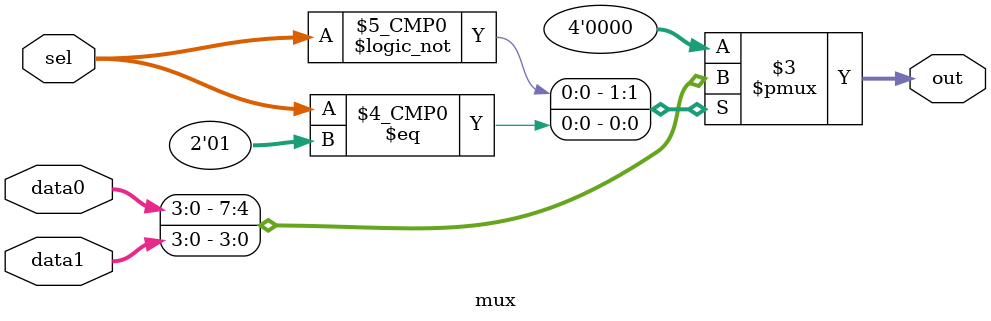
<source format=v>


module mux(
    input [1:0] sel,
    input [3:0] data0,
    input [3:0] data1,
    output reg [3:0] out
);

always @(*)
    case(sel)
        2'b00: out = data0;
        2'b01: out = data1;
        default: out = 4'b0000;
    endcase

endmodule


</source>
